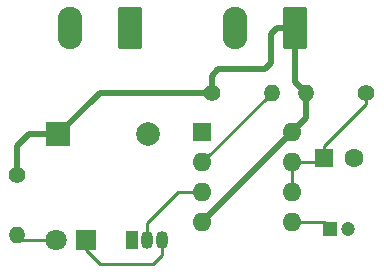
<source format=gbr>
%TF.GenerationSoftware,KiCad,Pcbnew,8.0.5*%
%TF.CreationDate,2025-02-06T17:58:04+03:00*%
%TF.ProjectId,Touch Switch Project,546f7563-6820-4537-9769-746368205072,v01*%
%TF.SameCoordinates,Original*%
%TF.FileFunction,Copper,L1,Top*%
%TF.FilePolarity,Positive*%
%FSLAX46Y46*%
G04 Gerber Fmt 4.6, Leading zero omitted, Abs format (unit mm)*
G04 Created by KiCad (PCBNEW 8.0.5) date 2025-02-06 17:58:04*
%MOMM*%
%LPD*%
G01*
G04 APERTURE LIST*
G04 Aperture macros list*
%AMRoundRect*
0 Rectangle with rounded corners*
0 $1 Rounding radius*
0 $2 $3 $4 $5 $6 $7 $8 $9 X,Y pos of 4 corners*
0 Add a 4 corners polygon primitive as box body*
4,1,4,$2,$3,$4,$5,$6,$7,$8,$9,$2,$3,0*
0 Add four circle primitives for the rounded corners*
1,1,$1+$1,$2,$3*
1,1,$1+$1,$4,$5*
1,1,$1+$1,$6,$7*
1,1,$1+$1,$8,$9*
0 Add four rect primitives between the rounded corners*
20,1,$1+$1,$2,$3,$4,$5,0*
20,1,$1+$1,$4,$5,$6,$7,0*
20,1,$1+$1,$6,$7,$8,$9,0*
20,1,$1+$1,$8,$9,$2,$3,0*%
G04 Aperture macros list end*
%TA.AperFunction,ComponentPad*%
%ADD10C,1.400000*%
%TD*%
%TA.AperFunction,ComponentPad*%
%ADD11O,1.400000X1.400000*%
%TD*%
%TA.AperFunction,ComponentPad*%
%ADD12R,1.600000X1.600000*%
%TD*%
%TA.AperFunction,ComponentPad*%
%ADD13C,1.600000*%
%TD*%
%TA.AperFunction,ComponentPad*%
%ADD14R,2.000000X2.000000*%
%TD*%
%TA.AperFunction,ComponentPad*%
%ADD15C,2.000000*%
%TD*%
%TA.AperFunction,ComponentPad*%
%ADD16R,1.800000X1.800000*%
%TD*%
%TA.AperFunction,ComponentPad*%
%ADD17C,1.800000*%
%TD*%
%TA.AperFunction,ComponentPad*%
%ADD18R,1.050000X1.500000*%
%TD*%
%TA.AperFunction,ComponentPad*%
%ADD19O,1.050000X1.500000*%
%TD*%
%TA.AperFunction,ComponentPad*%
%ADD20O,1.600000X1.600000*%
%TD*%
%TA.AperFunction,ComponentPad*%
%ADD21R,1.200000X1.200000*%
%TD*%
%TA.AperFunction,ComponentPad*%
%ADD22C,1.200000*%
%TD*%
%TA.AperFunction,ComponentPad*%
%ADD23RoundRect,0.249999X0.790001X1.550001X-0.790001X1.550001X-0.790001X-1.550001X0.790001X-1.550001X0*%
%TD*%
%TA.AperFunction,ComponentPad*%
%ADD24O,2.080000X3.600000*%
%TD*%
%TA.AperFunction,Conductor*%
%ADD25C,0.500000*%
%TD*%
%TA.AperFunction,Conductor*%
%ADD26C,0.254000*%
%TD*%
G04 APERTURE END LIST*
D10*
%TO.P,R2,1*%
%TO.N,VCC*%
X139460000Y-75500000D03*
D11*
%TO.P,R2,2*%
%TO.N,Net-(J1-Pin_1)*%
X144540000Y-75500000D03*
%TD*%
D10*
%TO.P,R1,1*%
%TO.N,Net-(U1-DIS)*%
X152540000Y-75500000D03*
D11*
%TO.P,R1,2*%
%TO.N,VCC*%
X147460000Y-75500000D03*
%TD*%
D12*
%TO.P,C1,1*%
%TO.N,Net-(U1-DIS)*%
X149000000Y-81000000D03*
D13*
%TO.P,C1,2*%
%TO.N,GND*%
X151500000Y-81000000D03*
%TD*%
D14*
%TO.P,BZ1,1,+*%
%TO.N,VCC*%
X126460225Y-79000000D03*
D15*
%TO.P,BZ1,2,-*%
%TO.N,Net-(BZ1--)*%
X134060225Y-79000000D03*
%TD*%
D16*
%TO.P,LED,1,K*%
%TO.N,Net-(BZ1--)*%
X128775000Y-88000000D03*
D17*
%TO.P,LED,2,A*%
%TO.N,Net-(D1-A)*%
X126235000Y-88000000D03*
%TD*%
D18*
%TO.P,Q1,1,E*%
%TO.N,GND*%
X132730000Y-88000000D03*
D19*
%TO.P,Q1,2,B*%
%TO.N,Net-(Q1-B)*%
X134000000Y-88000000D03*
%TO.P,Q1,3,C*%
%TO.N,Net-(BZ1--)*%
X135270000Y-88000000D03*
%TD*%
D10*
%TO.P,R3,1*%
%TO.N,VCC*%
X123000000Y-82500000D03*
D11*
%TO.P,R3,2*%
%TO.N,Net-(D1-A)*%
X123000000Y-87580000D03*
%TD*%
D12*
%TO.P,555,1,GND*%
%TO.N,GND*%
X138660225Y-78850000D03*
D20*
%TO.P,555,2,TR*%
%TO.N,Net-(J1-Pin_1)*%
X138660225Y-81390000D03*
%TO.P,555,3,Q*%
%TO.N,Net-(Q1-B)*%
X138660225Y-83930000D03*
%TO.P,555,4,R*%
%TO.N,VCC*%
X138660225Y-86470000D03*
%TO.P,555,5,CV*%
%TO.N,Net-(U1-CV)*%
X146280225Y-86470000D03*
%TO.P,555,6,THR*%
%TO.N,Net-(U1-DIS)*%
X146280225Y-83930000D03*
%TO.P,555,7,DIS*%
X146280225Y-81390000D03*
%TO.P,555,8,VCC*%
%TO.N,VCC*%
X146280225Y-78850000D03*
%TD*%
D21*
%TO.P,C2,1*%
%TO.N,Net-(U1-CV)*%
X149500000Y-87000000D03*
D22*
%TO.P,C2,2*%
%TO.N,GND*%
X151000000Y-87000000D03*
%TD*%
D23*
%TO.P,Touch Input,1,Pin_1*%
%TO.N,Net-(J1-Pin_1)*%
X132500000Y-70000000D03*
D24*
%TO.P,Touch Input,2,Pin_2*%
%TO.N,GND*%
X127420000Y-70000000D03*
%TD*%
D23*
%TO.P,BAT+,1,Pin_1*%
%TO.N,VCC*%
X146540000Y-70000000D03*
D24*
%TO.P,BAT+,2,Pin_2*%
%TO.N,GND*%
X141460000Y-70000000D03*
%TD*%
D25*
%TO.N,VCC*%
X144000000Y-73500000D02*
X144500000Y-73000000D01*
X145000000Y-70000000D02*
X146540000Y-70000000D01*
X139460000Y-75500000D02*
X129960225Y-75500000D01*
X147460000Y-77670225D02*
X146280225Y-78850000D01*
X139460000Y-74040000D02*
X140000000Y-73500000D01*
X144500000Y-73000000D02*
X144500000Y-70500000D01*
X144500000Y-70500000D02*
X145000000Y-70000000D01*
X146280225Y-78850000D02*
X138660225Y-86470000D01*
X139460000Y-75500000D02*
X139460000Y-74040000D01*
X123000000Y-80000000D02*
X123000000Y-82500000D01*
X126460225Y-79000000D02*
X124000000Y-79000000D01*
X146540000Y-74580000D02*
X147460000Y-75500000D01*
X124000000Y-79000000D02*
X123000000Y-80000000D01*
X140000000Y-73500000D02*
X144000000Y-73500000D01*
X146540000Y-70000000D02*
X146540000Y-74580000D01*
X129960225Y-75500000D02*
X126460225Y-79000000D01*
X147460000Y-75500000D02*
X147460000Y-77670225D01*
D26*
%TO.N,Net-(BZ1--)*%
X135270000Y-89230000D02*
X134500000Y-90000000D01*
X135270000Y-88000000D02*
X135270000Y-89230000D01*
X134500000Y-90000000D02*
X130000000Y-90000000D01*
X130000000Y-90000000D02*
X128775000Y-88775000D01*
X128775000Y-88775000D02*
X128775000Y-88000000D01*
%TO.N,Net-(U1-DIS)*%
X149000000Y-80000000D02*
X149000000Y-81000000D01*
X146280225Y-81390000D02*
X148610000Y-81390000D01*
X152540000Y-75500000D02*
X152540000Y-76460000D01*
X146280225Y-83930000D02*
X146280225Y-81390000D01*
X152540000Y-76460000D02*
X149000000Y-80000000D01*
X148610000Y-81390000D02*
X149000000Y-81000000D01*
%TO.N,Net-(U1-CV)*%
X149500000Y-87000000D02*
X148970000Y-86470000D01*
X148970000Y-86470000D02*
X146280225Y-86470000D01*
%TO.N,Net-(D1-A)*%
X126235000Y-88000000D02*
X123420000Y-88000000D01*
X123420000Y-88000000D02*
X123000000Y-87580000D01*
%TO.N,Net-(J1-Pin_1)*%
X144540000Y-75510225D02*
X144540000Y-75500000D01*
X138660225Y-81390000D02*
X144540000Y-75510225D01*
%TO.N,Net-(Q1-B)*%
X134000000Y-86500000D02*
X134000000Y-88000000D01*
X136570000Y-83930000D02*
X134000000Y-86500000D01*
X138660225Y-83930000D02*
X136570000Y-83930000D01*
%TD*%
M02*

</source>
